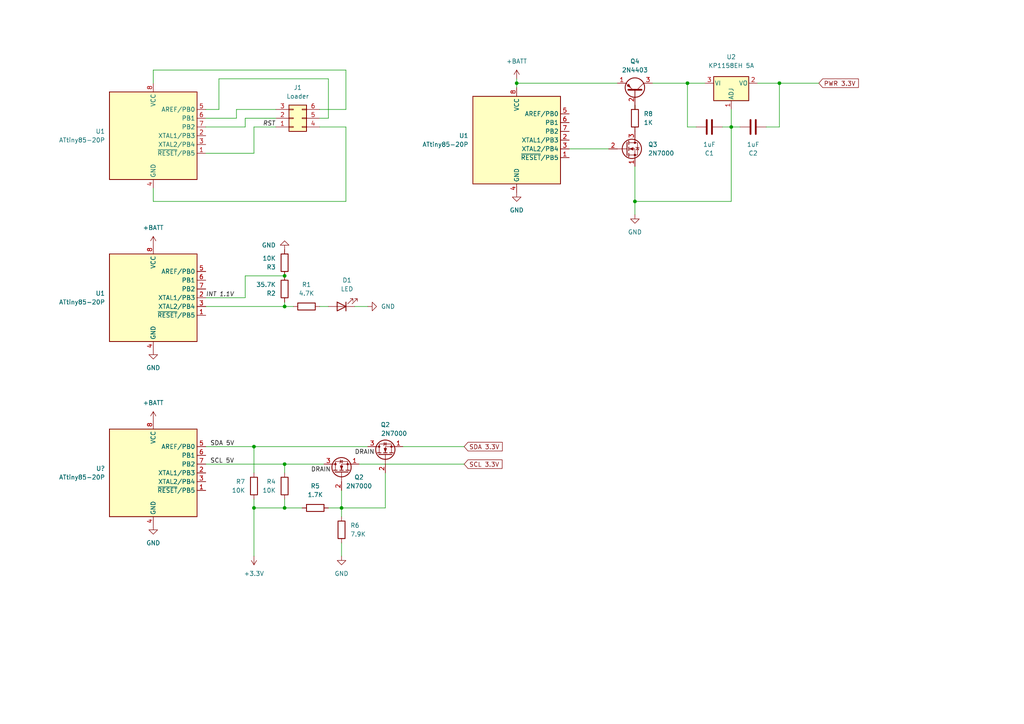
<source format=kicad_sch>
(kicad_sch (version 20211123) (generator eeschema)
  (paper "A4")
  (lib_symbols
    (symbol "Connector_Generic:Conn_02x03_Top_Bottom" (pin_names (offset 1.016) hide)
      (property "Reference" "J" (at 1.27 5.08 0))
      (property "Value" "Conn_02x03_Top_Bottom" (at 1.27 -5.08 0))
      (symbol "Conn_02x03_Top_Bottom_1_1"
        (rectangle (start -1.27 -2.413) (end 0 -2.667) (stroke (width 0.1524)))
        (rectangle (start -1.27 0.127) (end 0 -0.127) (stroke (width 0.1524)))
        (rectangle (start -1.27 2.667) (end 0 2.413) (stroke (width 0.1524)))
        (rectangle (start -1.27 3.81) (end 3.81 -3.81) (stroke (width 0.254)) (fill (type background)))
        (rectangle (start 3.81 -2.413) (end 2.54 -2.667) (stroke (width 0.1524)))
        (rectangle (start 3.81 0.127) (end 2.54 -0.127) (stroke (width 0.1524)))
        (rectangle (start 3.81 2.667) (end 2.54 2.413) (stroke (width 0.1524)))
        (pin passive line (at -5.08 2.54 0) (length 3.81) (name "Pin_1") (number "1"))
        (pin passive line (at -5.08 0 0) (length 3.81) (name "Pin_2") (number "2"))
        (pin passive line (at -5.08 -2.54 0) (length 3.81) (name "Pin_3") (number "3"))
        (pin passive line (at 7.62 2.54 180) (length 3.81) (name "Pin_4") (number "4"))
        (pin passive line (at 7.62 0 180) (length 3.81) (name "Pin_5") (number "5"))
        (pin passive line (at 7.62 -2.54 180) (length 3.81) (name "Pin_6") (number "6"))
      )
    )
    (symbol "Device:C" (pin_numbers hide) (pin_names (offset 0.254))
      (property "Reference" "C" (at 0.635 2.54 0))
      (property "Value" "C" (at 0.635 -2.54 0))
      (symbol "C_0_1"
        (polyline (pts (xy -2.032 -0.762) (xy 2.032 -0.762)) (stroke (width 0.508)))
        (polyline (pts (xy -2.032 0.762) (xy 2.032 0.762)) (stroke (width 0.508)))
      )
      (symbol "C_1_1"
        (pin passive line (at 0 3.81 270) (length 2.794) (name "~") (number "1"))
        (pin passive line (at 0 -3.81 90) (length 2.794) (name "~") (number "2"))
      )
    )
    (symbol "Device:LED" (pin_numbers hide) (pin_names (offset 1.016) hide)
      (property "Reference" "D" (at 0 2.54 0))
      (property "Value" "LED" (at 0 -2.54 0))
      (symbol "LED_0_1"
        (polyline (pts (xy -1.27 -1.27) (xy -1.27 1.27)) (stroke (width 0.254)))
        (polyline (pts (xy -1.27 0) (xy 1.27 0)))
        (polyline (pts (xy 1.27 -1.27) (xy 1.27 1.27) (xy -1.27 0) (xy 1.27 -1.27)) (stroke (width 0.254)))
        (polyline (pts (xy -3.048 -0.762) (xy -4.572 -2.286) (xy -3.81 -2.286) (xy -4.572 -2.286) (xy -4.572 -1.524)))
        (polyline (pts (xy -1.778 -0.762) (xy -3.302 -2.286) (xy -2.54 -2.286) (xy -3.302 -2.286) (xy -3.302 -1.524)))
      )
      (symbol "LED_1_1"
        (pin passive line (at -3.81 0 0) (length 2.54) (name "K") (number "1"))
        (pin passive line (at 3.81 0 180) (length 2.54) (name "A") (number "2"))
      )
    )
    (symbol "Device:R" (pin_numbers hide) (pin_names (offset 0))
      (property "Reference" "R" (at 2.032 0 90))
      (property "Value" "R" (at 0 0 90))
      (symbol "R_0_1"
        (rectangle (start -1.016 -2.54) (end 1.016 2.54) (stroke (width 0.254)))
      )
      (symbol "R_1_1"
        (pin passive line (at 0 3.81 270) (length 1.27) (name "~") (number "1"))
        (pin passive line (at 0 -3.81 90) (length 1.27) (name "~") (number "2"))
      )
    )
    (symbol "MCU_Microchip_ATtiny:ATtiny85-20P"
      (property "Reference" "U" (at -12.7 13.97 0))
      (property "Value" "ATtiny85-20P" (at 2.54 -13.97 0))
      (symbol "ATtiny85-20P_0_1"
        (rectangle (start -12.7 -12.7) (end 12.7 12.7) (stroke (width 0.254)) (fill (type background)))
      )
      (symbol "ATtiny85-20P_1_1"
        (pin bidirectional line (at 15.24 -5.08 180) (length 2.54) (name "~{RESET}/PB5") (number "1"))
        (pin bidirectional line (at 15.24 0 180) (length 2.54) (name "XTAL1/PB3") (number "2"))
        (pin bidirectional line (at 15.24 -2.54 180) (length 2.54) (name "XTAL2/PB4") (number "3"))
        (pin power_in line (at 0 -15.24 90) (length 2.54) (name "GND") (number "4"))
        (pin bidirectional line (at 15.24 7.62 180) (length 2.54) (name "AREF/PB0") (number "5"))
        (pin bidirectional line (at 15.24 5.08 180) (length 2.54) (name "PB1") (number "6"))
        (pin bidirectional line (at 15.24 2.54 180) (length 2.54) (name "PB2") (number "7"))
        (pin power_in line (at 0 15.24 270) (length 2.54) (name "VCC") (number "8"))
      )
    )
    (symbol "Regulator_Linear:LM317L_TO92" (pin_names (offset 0.254))
      (property "Reference" "U" (at -3.81 3.175 0))
      (property "Value" "LM317L_TO92" (at 0 3.175 0))
      (symbol "LM317L_TO92_0_1"
        (rectangle (start -5.08 1.905) (end 5.08 -5.08) (stroke (width 0.254)) (fill (type background)))
      )
      (symbol "LM317L_TO92_1_1"
        (pin input line (at 0 -7.62 90) (length 2.54) (name "ADJ") (number "1"))
        (pin power_out line (at 7.62 0 180) (length 2.54) (name "VO") (number "2"))
        (pin power_in line (at -7.62 0 0) (length 2.54) (name "VI") (number "3"))
      )
    )
    (symbol "Transistor_BJT:2N3906" (pin_names (offset 0) hide)
      (property "Reference" "Q" (at 5.08 1.905 0))
      (property "Value" "2N3906" (at 5.08 0 0))
      (symbol "2N3906_0_1"
        (polyline (pts (xy 0.635 0.635) (xy 2.54 2.54)))
        (polyline (pts (xy 0.635 -0.635) (xy 2.54 -2.54) (xy 2.54 -2.54)))
        (polyline (pts (xy 0.635 1.905) (xy 0.635 -1.905) (xy 0.635 -1.905)) (stroke (width 0.508)))
        (polyline (pts (xy 2.286 -1.778) (xy 1.778 -2.286) (xy 1.27 -1.27) (xy 2.286 -1.778) (xy 2.286 -1.778)) (fill (type outline)))
        (circle (center 1.27 0) (radius 2.8194) (stroke (width 0.254)))
      )
      (symbol "2N3906_1_1"
        (pin passive line (at 2.54 -5.08 90) (length 2.54) (name "E") (number "1"))
        (pin input line (at -5.08 0 0) (length 5.715) (name "B") (number "2"))
        (pin passive line (at 2.54 5.08 270) (length 2.54) (name "C") (number "3"))
      )
    )
    (symbol "Transistor_FET:2N7000" (pin_names hide)
      (property "Reference" "Q" (at 5.08 1.905 0))
      (property "Value" "2N7000" (at 5.08 0 0))
      (symbol "2N7000_0_1"
        (polyline (pts (xy 0.254 0) (xy -2.54 0)))
        (polyline (pts (xy 0.254 1.905) (xy 0.254 -1.905)) (stroke (width 0.254)))
        (polyline (pts (xy 0.762 -1.27) (xy 0.762 -2.286)) (stroke (width 0.254)))
        (polyline (pts (xy 0.762 0.508) (xy 0.762 -0.508)) (stroke (width 0.254)))
        (polyline (pts (xy 0.762 2.286) (xy 0.762 1.27)) (stroke (width 0.254)))
        (polyline (pts (xy 2.54 2.54) (xy 2.54 1.778)))
        (polyline (pts (xy 2.54 -2.54) (xy 2.54 0) (xy 0.762 0)))
        (polyline (pts (xy 0.762 -1.778) (xy 3.302 -1.778) (xy 3.302 1.778) (xy 0.762 1.778)))
        (polyline (pts (xy 1.016 0) (xy 2.032 0.381) (xy 2.032 -0.381) (xy 1.016 0)) (fill (type outline)))
        (polyline (pts (xy 2.794 0.508) (xy 2.921 0.381) (xy 3.683 0.381) (xy 3.81 0.254)))
        (polyline (pts (xy 3.302 0.381) (xy 2.921 -0.254) (xy 3.683 -0.254) (xy 3.302 0.381)))
        (circle (center 1.651 0) (radius 2.794) (stroke (width 0.254)))
        (circle (center 2.54 -1.778) (radius 0.254) (fill (type outline)))
        (circle (center 2.54 1.778) (radius 0.254) (fill (type outline)))
      )
      (symbol "2N7000_1_1"
        (pin passive line (at 2.54 -5.08 90) (length 2.54) (name "S") (number "1"))
        (pin input line (at -5.08 0 0) (length 2.54) (name "G") (number "2"))
        (pin passive line (at 2.54 5.08 270) (length 2.54) (name "D") (number "3"))
      )
    )
    (symbol "power:+3.3V" (power) (pin_names (offset 0))
      (property "Value" "+3.3V" (at 0 3.556 0))
      (symbol "+3.3V_0_1"
        (polyline (pts (xy -0.762 1.27) (xy 0 2.54)))
        (polyline (pts (xy 0 0) (xy 0 2.54)))
        (polyline (pts (xy 0 2.54) (xy 0.762 1.27)))
      )
      (symbol "+3.3V_1_1"
        (pin power_in line (at 0 0 90) (length 0) hide (name "+3.3V") (number "1"))
      )
    )
    (symbol "power:+BATT" (power) (pin_names (offset 0))
      (property "Value" "+BATT" (at 0 3.556 0))
      (symbol "+BATT_0_1"
        (polyline (pts (xy -0.762 1.27) (xy 0 2.54)))
        (polyline (pts (xy 0 0) (xy 0 2.54)))
        (polyline (pts (xy 0 2.54) (xy 0.762 1.27)))
      )
      (symbol "+BATT_1_1"
        (pin power_in line (at 0 0 90) (length 0) hide (name "+BATT") (number "1"))
      )
    )
    (symbol "power:GND" (power) (pin_names (offset 0))
      (property "Value" "GND" (at 0 -3.81 0))
      (symbol "GND_0_1"
        (polyline (pts (xy 0 0) (xy 0 -1.27) (xy 1.27 -1.27) (xy 0 -2.54) (xy -1.27 -1.27) (xy 0 -1.27)))
      )
      (symbol "GND_1_1"
        (pin power_in line (at 0 0 270) (length 0) hide (name "GND") (number "1"))
      )
    )
  )
  (junction (at 82.55 134.62))
  (junction (at 184.15 58.42))
  (junction (at 99.06 147.32))
  (junction (at 149.86 24.13))
  (junction (at 199.39 24.13))
  (junction (at 82.55 147.32))
  (junction (at 82.55 88.9))
  (junction (at 226.06 24.13))
  (junction (at 82.55 80.01))
  (junction (at 73.66 129.54))
  (junction (at 73.66 147.32))
  (junction (at 212.09 36.83))
  (wire (pts (xy 59.69 86.36) (xy 71.12 86.36)))
  (wire (pts (xy 92.71 31.75) (xy 100.33 31.75)))
  (wire (pts (xy 226.06 24.13) (xy 237.49 24.13)))
  (wire (pts (xy 165.1 43.18) (xy 176.53 43.18)))
  (wire (pts (xy 212.09 31.75) (xy 212.09 36.83)))
  (wire (pts (xy 95.25 34.29) (xy 95.25 22.86)))
  (wire (pts (xy 222.25 36.83) (xy 226.06 36.83)))
  (wire (pts (xy 184.15 30.48) (xy 184.15 31.75)))
  (wire (pts (xy 100.33 58.42) (xy 44.45 58.42)))
  (wire (pts (xy 82.55 137.16) (xy 82.55 134.62)))
  (wire (pts (xy 149.86 22.86) (xy 149.86 24.13)))
  (wire (pts (xy 184.15 58.42) (xy 184.15 62.23)))
  (wire (pts (xy 73.66 147.32) (xy 73.66 144.78)))
  (wire (pts (xy 82.55 88.9) (xy 85.09 88.9)))
  (wire (pts (xy 100.33 36.83) (xy 100.33 58.42)))
  (wire (pts (xy 73.66 161.29) (xy 73.66 147.32)))
  (wire (pts (xy 149.86 24.13) (xy 149.86 25.4)))
  (wire (pts (xy 73.66 129.54) (xy 73.66 137.16)))
  (wire (pts (xy 71.12 86.36) (xy 71.12 80.01)))
  (wire (pts (xy 102.87 88.9) (xy 106.68 88.9)))
  (wire (pts (xy 71.12 34.29) (xy 71.12 36.83)))
  (wire (pts (xy 209.55 36.83) (xy 212.09 36.83)))
  (wire (pts (xy 44.45 58.42) (xy 44.45 54.61)))
  (wire (pts (xy 99.06 147.32) (xy 99.06 142.24)))
  (wire (pts (xy 73.66 147.32) (xy 82.55 147.32)))
  (wire (pts (xy 71.12 34.29) (xy 80.01 34.29)))
  (wire (pts (xy 59.69 34.29) (xy 68.58 34.29)))
  (wire (pts (xy 82.55 147.32) (xy 82.55 144.78)))
  (wire (pts (xy 80.01 36.83) (xy 73.66 36.83)))
  (wire (pts (xy 80.01 31.75) (xy 68.58 31.75)))
  (wire (pts (xy 92.71 36.83) (xy 100.33 36.83)))
  (wire (pts (xy 184.15 58.42) (xy 212.09 58.42)))
  (wire (pts (xy 99.06 147.32) (xy 111.76 147.32)))
  (wire (pts (xy 68.58 31.75) (xy 68.58 34.29)))
  (wire (pts (xy 189.23 24.13) (xy 199.39 24.13)))
  (wire (pts (xy 71.12 36.83) (xy 59.69 36.83)))
  (wire (pts (xy 149.86 24.13) (xy 179.07 24.13)))
  (wire (pts (xy 201.93 36.83) (xy 199.39 36.83)))
  (wire (pts (xy 82.55 147.32) (xy 87.63 147.32)))
  (wire (pts (xy 92.71 34.29) (xy 95.25 34.29)))
  (wire (pts (xy 219.71 24.13) (xy 226.06 24.13)))
  (wire (pts (xy 226.06 24.13) (xy 226.06 36.83)))
  (wire (pts (xy 59.69 134.62) (xy 82.55 134.62)))
  (wire (pts (xy 212.09 36.83) (xy 212.09 58.42)))
  (wire (pts (xy 212.09 36.83) (xy 214.63 36.83)))
  (wire (pts (xy 100.33 20.32) (xy 44.45 20.32)))
  (wire (pts (xy 44.45 20.32) (xy 44.45 24.13)))
  (wire (pts (xy 99.06 161.29) (xy 99.06 157.48)))
  (wire (pts (xy 199.39 24.13) (xy 204.47 24.13)))
  (wire (pts (xy 63.5 22.86) (xy 63.5 31.75)))
  (wire (pts (xy 59.69 129.54) (xy 73.66 129.54)))
  (wire (pts (xy 82.55 134.62) (xy 93.98 134.62)))
  (wire (pts (xy 199.39 36.83) (xy 199.39 24.13)))
  (wire (pts (xy 134.62 129.54) (xy 116.84 129.54)))
  (wire (pts (xy 95.25 22.86) (xy 63.5 22.86)))
  (wire (pts (xy 99.06 149.86) (xy 99.06 147.32)))
  (wire (pts (xy 92.71 88.9) (xy 95.25 88.9)))
  (wire (pts (xy 111.76 137.16) (xy 111.76 147.32)))
  (wire (pts (xy 73.66 36.83) (xy 73.66 44.45)))
  (wire (pts (xy 71.12 80.01) (xy 82.55 80.01)))
  (wire (pts (xy 95.25 147.32) (xy 99.06 147.32)))
  (wire (pts (xy 63.5 31.75) (xy 59.69 31.75)))
  (wire (pts (xy 73.66 44.45) (xy 59.69 44.45)))
  (wire (pts (xy 184.15 48.26) (xy 184.15 58.42)))
  (wire (pts (xy 134.62 134.62) (xy 104.14 134.62)))
  (wire (pts (xy 59.69 88.9) (xy 82.55 88.9)))
  (wire (pts (xy 82.55 87.63) (xy 82.55 88.9)))
  (wire (pts (xy 73.66 129.54) (xy 106.68 129.54)))
  (wire (pts (xy 100.33 31.75) (xy 100.33 20.32)))
  (label "DRAIN" (at 90.17 137.16 0))
  (label "SCL 5V" (at 60.96 134.62 0))
  (label "RST" (at 76.2 36.83 0) (effects (font italic)))
  (label "SDA 5V" (at 60.96 129.54 0))
  (label "INT 1.1V" (at 59.69 86.36 0) (effects (font italic)))
  (label "DRAIN" (at 102.87 132.08 0))
  (global_label "SCL 3.3V" (shape input) (at 134.62 134.62 0) (property "Intersheet References" "${INTERSHEET_REFS}" (effects hide)))
  (global_label "SDA 3.3V" (shape input) (at 134.62 129.54 0) (property "Intersheet References" "${INTERSHEET_REFS}" (effects hide)))
  (global_label "PWR 3.3V" (shape input) (at 237.49 24.13 0) (property "Intersheet References" "${INTERSHEET_REFS}" (effects hide)))
  (symbol (lib_id "MCU_Microchip_ATtiny:ATtiny85-20P") (at 44.45 137.16 0) (unit 1)
    (property "Reference" "U?" (at 30.48 135.8899 0) (effects (justify right)))
    (property "Value" "ATtiny85-20P" (at 30.48 138.4299 0) (effects (justify right)))
    (property "Footprint" "Package_DIP:DIP-8_W7.62mm" (effects hide))
    (property "Datasheet" "http://ww1.microchip.com/downloads/en/DeviceDoc/atmel-2586-avr-8-bit-microcontroller-attiny25-attiny45-attiny85_datasheet.pdf" (effects hide))
  )
  (symbol (lib_id "Device:R") (at 184.15 34.29 180) (unit 1)
    (property "Reference" "R8" (at 186.69 33.0199 0) (effects (justify right)))
    (property "Value" "1K" (at 186.69 35.5599 0) (effects (justify right)))
  )
  (symbol (lib_id "power:+BATT") (at 149.86 22.86 0) (unit 1)
    (property "Reference" "#PWR?" (effects hide))
    (property "Value" "+BATT" (at 149.86 17.78 0))
  )
  (symbol (lib_id "Transistor_FET:2N7000") (at 111.76 132.08 90) (unit 1)
    (property "Reference" "Q2" (at 111.76 123.19 90))
    (property "Value" "2N7000" (at 114.3 125.73 90))
    (property "Footprint" "Package_TO_SOT_THT:TO-92_Inline" (effects hide))
    (property "Datasheet" "https://www.vishay.com/docs/70226/70226.pdf" (effects hide))
  )
  (symbol (lib_id "Device:C") (at 205.74 36.83 90) (mirror x) (unit 1)
    (property "Reference" "C1" (at 205.74 44.45 90))
    (property "Value" "1uF" (at 205.74 41.91 90))
  )
  (symbol (lib_id "power:GND") (at 44.45 152.4 0) (unit 1)
    (property "Reference" "#PWR?" (effects hide))
    (property "Value" "GND" (at 44.45 157.48 0))
  )
  (symbol (lib_id "power:+3.3V") (at 73.66 161.29 180) (unit 1)
    (property "Reference" "#PWR?" (effects hide))
    (property "Value" "+3.3V" (at 73.66 166.37 0))
  )
  (symbol (lib_id "power:GND") (at 82.55 72.39 180) (unit 1)
    (property "Reference" "#PWR?" (effects hide))
    (property "Value" "GND" (at 80.01 71.1201 0) (effects (justify left)))
  )
  (symbol (lib_id "Device:R") (at 88.9 88.9 270) (unit 1)
    (property "Reference" "R1" (at 88.9 82.55 90))
    (property "Value" "4.7K" (at 88.9 85.09 90))
  )
  (symbol (lib_id "power:GND") (at 184.15 62.23 0) (unit 1)
    (property "Reference" "#PWR?" (effects hide))
    (property "Value" "GND" (at 184.15 67.31 0))
  )
  (symbol (lib_id "power:+BATT") (at 44.45 121.92 0) (unit 1)
    (property "Reference" "#PWR?" (effects hide))
    (property "Value" "+BATT" (at 44.45 116.84 0))
  )
  (symbol (lib_id "Device:R") (at 91.44 147.32 90) (unit 1)
    (property "Reference" "R5" (at 91.44 140.97 90))
    (property "Value" "1.7K" (at 91.44 143.51 90))
  )
  (symbol (lib_id "Device:R") (at 99.06 153.67 0) (unit 1)
    (property "Reference" "R6" (at 101.6 152.3999 0) (effects (justify left)))
    (property "Value" "7.9K" (at 101.6 154.9399 0) (effects (justify left)))
  )
  (symbol (lib_id "power:GND") (at 44.45 101.6 0) (unit 1)
    (property "Reference" "#PWR?" (effects hide))
    (property "Value" "GND" (at 44.45 106.68 0))
  )
  (symbol (lib_id "power:GND") (at 149.86 55.88 0) (unit 1)
    (property "Reference" "#PWR?" (effects hide))
    (property "Value" "GND" (at 149.86 60.96 0))
  )
  (symbol (lib_id "MCU_Microchip_ATtiny:ATtiny85-20P") (at 44.45 39.37 0) (unit 1)
    (property "Reference" "U1" (at 30.48 38.0999 0) (effects (justify right)))
    (property "Value" "ATtiny85-20P" (at 30.48 40.6399 0) (effects (justify right)))
    (property "Footprint" "Package_DIP:DIP-8_W7.62mm" (effects hide))
    (property "Datasheet" "http://ww1.microchip.com/downloads/en/DeviceDoc/atmel-2586-avr-8-bit-microcontroller-attiny25-attiny45-attiny85_datasheet.pdf" (effects hide))
  )
  (symbol (lib_id "Transistor_FET:2N7000") (at 99.06 137.16 90) (unit 1)
    (property "Reference" "Q2" (at 104.14 138.43 90))
    (property "Value" "2N7000" (at 104.14 140.97 90))
    (property "Footprint" "Package_TO_SOT_THT:TO-92_Inline" (effects hide))
    (property "Datasheet" "https://www.vishay.com/docs/70226/70226.pdf" (effects hide))
  )
  (symbol (lib_id "MCU_Microchip_ATtiny:ATtiny85-20P") (at 149.86 40.64 0) (unit 1)
    (property "Reference" "U1" (at 135.89 39.3699 0) (effects (justify right)))
    (property "Value" "ATtiny85-20P" (at 135.89 41.9099 0) (effects (justify right)))
    (property "Footprint" "Package_DIP:DIP-8_W7.62mm" (effects hide))
    (property "Datasheet" "http://ww1.microchip.com/downloads/en/DeviceDoc/atmel-2586-avr-8-bit-microcontroller-attiny25-attiny45-attiny85_datasheet.pdf" (effects hide))
  )
  (symbol (lib_id "MCU_Microchip_ATtiny:ATtiny85-20P") (at 44.45 86.36 0) (unit 1)
    (property "Reference" "U1" (at 30.48 85.0899 0) (effects (justify right)))
    (property "Value" "ATtiny85-20P" (at 30.48 87.6299 0) (effects (justify right)))
    (property "Footprint" "Package_DIP:DIP-8_W7.62mm" (effects hide))
    (property "Datasheet" "http://ww1.microchip.com/downloads/en/DeviceDoc/atmel-2586-avr-8-bit-microcontroller-attiny25-attiny45-attiny85_datasheet.pdf" (effects hide))
  )
  (symbol (lib_id "Connector_Generic:Conn_02x03_Top_Bottom") (at 85.09 34.29 0) (mirror x) (unit 1)
    (property "Reference" "J1" (at 86.36 25.4 0))
    (property "Value" "Loader" (at 86.36 27.94 0))
  )
  (symbol (lib_id "Device:R") (at 82.55 140.97 0) (mirror x) (unit 1)
    (property "Reference" "R4" (at 80.01 139.6999 0) (effects (justify right)))
    (property "Value" "10K" (at 80.01 142.2399 0) (effects (justify right)))
  )
  (symbol (lib_id "Regulator_Linear:LM317L_TO92") (at 212.09 24.13 0) (unit 1)
    (property "Reference" "U2" (at 212.09 16.51 0))
    (property "Value" "KP1158EH 5A" (at 212.09 19.05 0))
    (property "Footprint" "Package_TO_SOT_THT:TO-92_Inline" (effects hide))
    (property "Datasheet" "http://www.ti.com/lit/ds/snvs775k/snvs775k.pdf" (effects hide))
  )
  (symbol (lib_id "Transistor_BJT:2N3906") (at 184.15 26.67 270) (mirror x) (unit 1)
    (property "Reference" "Q4" (at 184.15 17.78 90))
    (property "Value" "2N4403" (at 184.15 20.32 90))
    (property "Footprint" "Package_TO_SOT_THT:TO-92_Inline" (effects hide))
    (property "Datasheet" "https://www.onsemi.com/pub/Collateral/2N3906-D.PDF" (effects hide))
  )
  (symbol (lib_id "Device:C") (at 218.44 36.83 90) (mirror x) (unit 1)
    (property "Reference" "C2" (at 218.44 44.45 90))
    (property "Value" "1uF" (at 218.44 41.91 90))
  )
  (symbol (lib_id "Device:R") (at 82.55 83.82 180) (unit 1)
    (property "Reference" "R2" (at 80.01 85.0901 0) (effects (justify left)))
    (property "Value" "35.7K" (at 80.01 82.5501 0) (effects (justify left)))
  )
  (symbol (lib_id "Transistor_FET:2N7000") (at 181.61 43.18 0) (unit 1)
    (property "Reference" "Q3" (at 187.96 41.9099 0) (effects (justify left)))
    (property "Value" "2N7000" (at 187.96 44.4499 0) (effects (justify left)))
    (property "Footprint" "Package_TO_SOT_THT:TO-92_Inline" (effects hide))
    (property "Datasheet" "https://www.vishay.com/docs/70226/70226.pdf" (effects hide))
  )
  (symbol (lib_id "power:GND") (at 106.68 88.9 90) (unit 1)
    (property "Reference" "#PWR?" (effects hide))
    (property "Value" "GND" (at 110.49 88.8999 90) (effects (justify right)))
  )
  (symbol (lib_id "Device:R") (at 82.55 76.2 180) (unit 1)
    (property "Reference" "R3" (at 80.01 77.4701 0) (effects (justify left)))
    (property "Value" "10K" (at 80.01 74.9301 0) (effects (justify left)))
  )
  (symbol (lib_id "power:+BATT") (at 44.45 71.12 0) (unit 1)
    (property "Reference" "#PWR?" (effects hide))
    (property "Value" "+BATT" (at 44.45 66.04 0))
  )
  (symbol (lib_id "Device:R") (at 73.66 140.97 0) (mirror x) (unit 1)
    (property "Reference" "R7" (at 71.12 139.6999 0) (effects (justify right)))
    (property "Value" "10K" (at 71.12 142.2399 0) (effects (justify right)))
  )
  (symbol (lib_id "Device:LED") (at 99.06 88.9 180) (unit 1)
    (property "Reference" "D1" (at 100.6475 81.28 0))
    (property "Value" "LED" (at 100.6475 83.82 0))
  )
  (symbol (lib_id "power:GND") (at 99.06 161.29 0) (unit 1)
    (property "Reference" "#PWR?" (effects hide))
    (property "Value" "GND" (at 99.06 166.37 0))
  )
)
</source>
